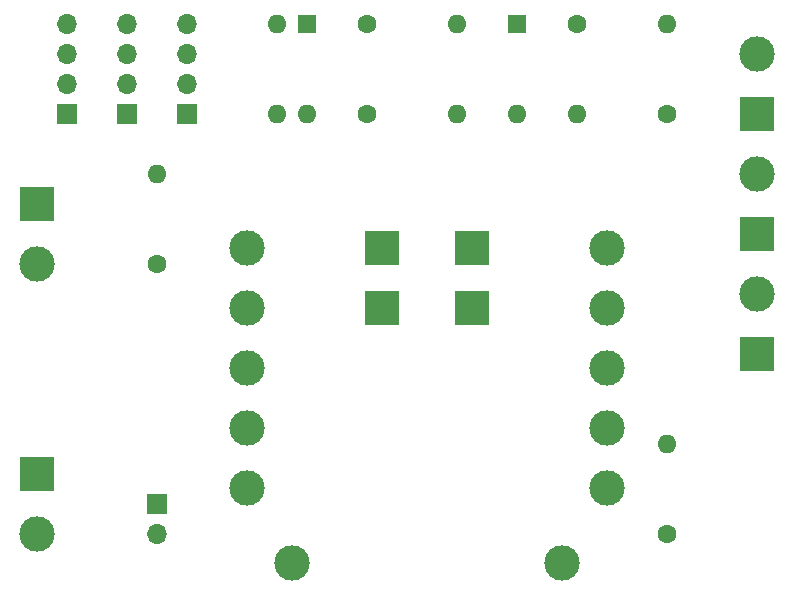
<source format=gbr>
%TF.GenerationSoftware,KiCad,Pcbnew,(6.0.7)*%
%TF.CreationDate,2023-01-13T08:14:30+01:00*%
%TF.ProjectId,VolvoPenta Digitalization,566f6c76-6f50-4656-9e74-612044696769,rev?*%
%TF.SameCoordinates,Original*%
%TF.FileFunction,Soldermask,Top*%
%TF.FilePolarity,Negative*%
%FSLAX46Y46*%
G04 Gerber Fmt 4.6, Leading zero omitted, Abs format (unit mm)*
G04 Created by KiCad (PCBNEW (6.0.7)) date 2023-01-13 08:14:30*
%MOMM*%
%LPD*%
G01*
G04 APERTURE LIST*
%ADD10C,3.000000*%
%ADD11R,3.000000X3.000000*%
%ADD12C,1.600000*%
%ADD13O,1.600000X1.600000*%
%ADD14R,1.700000X1.700000*%
%ADD15O,1.700000X1.700000*%
%ADD16R,1.600000X1.600000*%
G04 APERTURE END LIST*
D10*
%TO.C,U1*%
X114300000Y-84995000D03*
X114300000Y-74835000D03*
X114300000Y-69755000D03*
X114300000Y-64675000D03*
X144780000Y-64675000D03*
X144780000Y-69755000D03*
X144780000Y-74835000D03*
X144780000Y-79915000D03*
X144780000Y-84995000D03*
X114300000Y-79915000D03*
X118110000Y-91345000D03*
D11*
X133350000Y-69755000D03*
X125730000Y-64675000D03*
X125730000Y-69755000D03*
X133350000Y-64675000D03*
D10*
X140970000Y-91345000D03*
%TD*%
D12*
%TO.C,R1*%
X106680000Y-66040000D03*
D13*
X106680000Y-58420000D03*
%TD*%
D14*
%TO.C,SSD1306*%
X104140000Y-53340000D03*
D15*
X104140000Y-50800000D03*
X104140000Y-48260000D03*
X104140000Y-45720000D03*
%TD*%
D12*
%TO.C,R4*%
X142240000Y-45720000D03*
D13*
X149860000Y-45720000D03*
%TD*%
D11*
%TO.C,JC3*%
X157480000Y-53340000D03*
D10*
X157480000Y-48260000D03*
%TD*%
D11*
%TO.C,JC4*%
X157480000Y-73660000D03*
D10*
X157480000Y-68580000D03*
%TD*%
D11*
%TO.C,JC2*%
X96520000Y-60960000D03*
D10*
X96520000Y-66040000D03*
%TD*%
D16*
%TO.C,U2*%
X119380000Y-45740000D03*
D13*
X116840000Y-45740000D03*
X116840000Y-53360000D03*
X119380000Y-53360000D03*
%TD*%
D11*
%TO.C,JC12V1*%
X96520000Y-83820000D03*
D10*
X96520000Y-88900000D03*
%TD*%
D14*
%TO.C,JUSB_Conv1*%
X106680000Y-86360000D03*
D15*
X106680000Y-88900000D03*
%TD*%
D11*
%TO.C,JC5*%
X157480000Y-63500000D03*
D10*
X157480000Y-58420000D03*
%TD*%
D16*
%TO.C,D1*%
X137160000Y-45720000D03*
D13*
X137160000Y-53340000D03*
%TD*%
D14*
%TO.C,BMP280*%
X109220000Y-53340000D03*
D15*
X109220000Y-50800000D03*
X109220000Y-48260000D03*
X109220000Y-45720000D03*
%TD*%
D12*
%TO.C,R3*%
X149860000Y-88900000D03*
D13*
X149860000Y-81280000D03*
%TD*%
D12*
%TO.C,R6*%
X124460000Y-53340000D03*
D13*
X132080000Y-53340000D03*
%TD*%
D12*
%TO.C,R5*%
X124460000Y-45720000D03*
D13*
X132080000Y-45720000D03*
%TD*%
D14*
%TO.C,I2C1*%
X99060000Y-53340000D03*
D15*
X99060000Y-50800000D03*
X99060000Y-48260000D03*
X99060000Y-45720000D03*
%TD*%
D12*
%TO.C,R2*%
X149860000Y-53340000D03*
D13*
X142240000Y-53340000D03*
%TD*%
M02*

</source>
